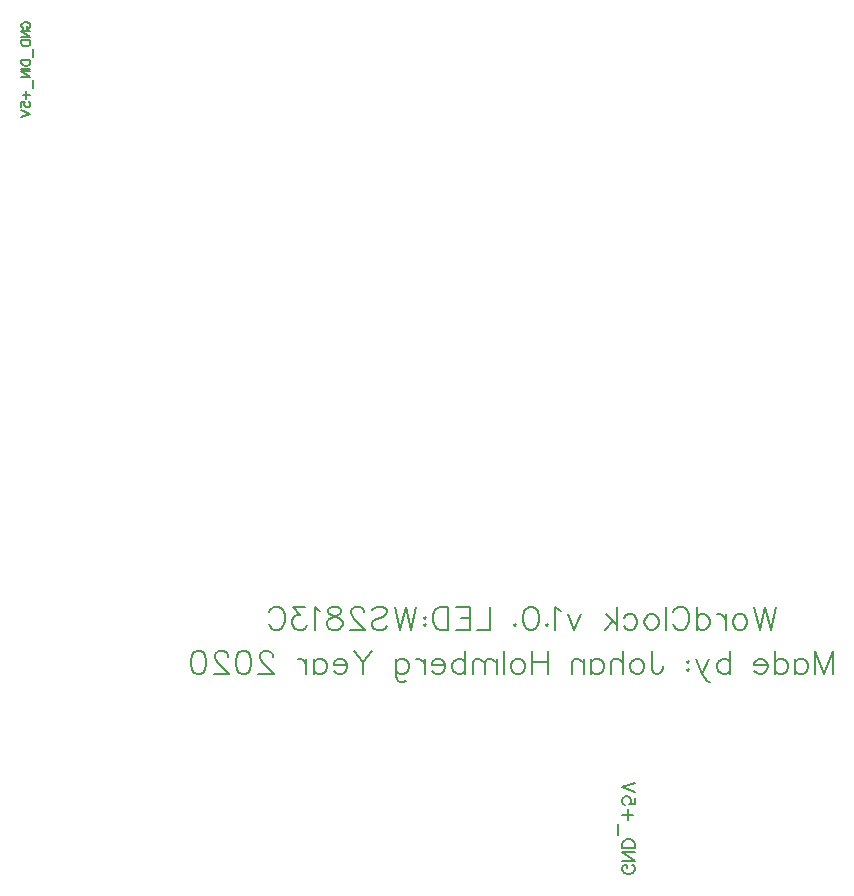
<source format=gbo>
G04 Layer: BottomSilkLayer*
G04 EasyEDA v6.3.22, 2020-01-04T19:44:14+01:00*
G04 f50fd1600d684b49919d2234b325bca6,43c3eb671339413baca6572c6aa340f4,10*
G04 Gerber Generator version 0.2*
G04 Scale: 100 percent, Rotated: No, Reflected: No *
G04 Dimensions in millimeters *
G04 leading zeros omitted , absolute positions ,3 integer and 3 decimal *
%FSLAX33Y33*%
%MOMM*%
G90*
G71D02*

%ADD20C,0.152400*%
%ADD21C,0.203200*%

%LPD*%
G54D21*
G01X71149Y49308D02*
G01X70688Y47368D01*
G01X70226Y49308D02*
G01X70688Y47368D01*
G01X70226Y49308D02*
G01X69764Y47368D01*
G01X69302Y49308D02*
G01X69764Y47368D01*
G01X68231Y48661D02*
G01X68416Y48569D01*
G01X68600Y48384D01*
G01X68693Y48107D01*
G01X68693Y47923D01*
G01X68600Y47645D01*
G01X68416Y47461D01*
G01X68231Y47368D01*
G01X67954Y47368D01*
G01X67769Y47461D01*
G01X67584Y47645D01*
G01X67492Y47923D01*
G01X67492Y48107D01*
G01X67584Y48384D01*
G01X67769Y48569D01*
G01X67954Y48661D01*
G01X68231Y48661D01*
G01X66882Y48661D02*
G01X66882Y47368D01*
G01X66882Y48107D02*
G01X66790Y48384D01*
G01X66605Y48569D01*
G01X66420Y48661D01*
G01X66143Y48661D01*
G01X64425Y49308D02*
G01X64425Y47368D01*
G01X64425Y48384D02*
G01X64610Y48569D01*
G01X64795Y48661D01*
G01X65072Y48661D01*
G01X65257Y48569D01*
G01X65441Y48384D01*
G01X65534Y48107D01*
G01X65534Y47923D01*
G01X65441Y47645D01*
G01X65257Y47461D01*
G01X65072Y47368D01*
G01X64795Y47368D01*
G01X64610Y47461D01*
G01X64425Y47645D01*
G01X62430Y48846D02*
G01X62523Y49031D01*
G01X62707Y49216D01*
G01X62892Y49308D01*
G01X63262Y49308D01*
G01X63446Y49216D01*
G01X63631Y49031D01*
G01X63723Y48846D01*
G01X63816Y48569D01*
G01X63816Y48107D01*
G01X63723Y47830D01*
G01X63631Y47645D01*
G01X63446Y47461D01*
G01X63262Y47368D01*
G01X62892Y47368D01*
G01X62707Y47461D01*
G01X62523Y47645D01*
G01X62430Y47830D01*
G01X61821Y49308D02*
G01X61821Y47368D01*
G01X60749Y48661D02*
G01X60934Y48569D01*
G01X61119Y48384D01*
G01X61211Y48107D01*
G01X61211Y47923D01*
G01X61119Y47645D01*
G01X60934Y47461D01*
G01X60749Y47368D01*
G01X60472Y47368D01*
G01X60288Y47461D01*
G01X60103Y47645D01*
G01X60010Y47923D01*
G01X60010Y48107D01*
G01X60103Y48384D01*
G01X60288Y48569D01*
G01X60472Y48661D01*
G01X60749Y48661D01*
G01X58292Y48384D02*
G01X58477Y48569D01*
G01X58662Y48661D01*
G01X58939Y48661D01*
G01X59124Y48569D01*
G01X59308Y48384D01*
G01X59401Y48107D01*
G01X59401Y47923D01*
G01X59308Y47645D01*
G01X59124Y47461D01*
G01X58939Y47368D01*
G01X58662Y47368D01*
G01X58477Y47461D01*
G01X58292Y47645D01*
G01X57683Y49308D02*
G01X57683Y47368D01*
G01X56759Y48661D02*
G01X57683Y47738D01*
G01X57313Y48107D02*
G01X56667Y47368D01*
G01X54635Y48661D02*
G01X54081Y47368D01*
G01X53527Y48661D02*
G01X54081Y47368D01*
G01X52917Y48939D02*
G01X52732Y49031D01*
G01X52455Y49308D01*
G01X52455Y47368D01*
G01X51753Y47830D02*
G01X51845Y47738D01*
G01X51753Y47645D01*
G01X51661Y47738D01*
G01X51753Y47830D01*
G01X50497Y49308D02*
G01X50774Y49216D01*
G01X50959Y48939D01*
G01X51051Y48477D01*
G01X51051Y48200D01*
G01X50959Y47738D01*
G01X50774Y47461D01*
G01X50497Y47368D01*
G01X50312Y47368D01*
G01X50035Y47461D01*
G01X49850Y47738D01*
G01X49758Y48200D01*
G01X49758Y48477D01*
G01X49850Y48939D01*
G01X50035Y49216D01*
G01X50312Y49308D01*
G01X50497Y49308D01*
G01X49056Y47830D02*
G01X49148Y47738D01*
G01X49056Y47645D01*
G01X48964Y47738D01*
G01X49056Y47830D01*
G01X46932Y49308D02*
G01X46932Y47368D01*
G01X46932Y47368D02*
G01X45823Y47368D01*
G01X45214Y49308D02*
G01X45214Y47368D01*
G01X45214Y49308D02*
G01X44013Y49308D01*
G01X45214Y48384D02*
G01X44475Y48384D01*
G01X45214Y47368D02*
G01X44013Y47368D01*
G01X43403Y49308D02*
G01X43403Y47368D01*
G01X43403Y49308D02*
G01X42757Y49308D01*
G01X42480Y49216D01*
G01X42295Y49031D01*
G01X42203Y48846D01*
G01X42110Y48569D01*
G01X42110Y48107D01*
G01X42203Y47830D01*
G01X42295Y47645D01*
G01X42480Y47461D01*
G01X42757Y47368D01*
G01X43403Y47368D01*
G01X41408Y48477D02*
G01X41501Y48384D01*
G01X41408Y48292D01*
G01X41316Y48384D01*
G01X41408Y48477D01*
G01X41408Y47830D02*
G01X41501Y47738D01*
G01X41408Y47645D01*
G01X41316Y47738D01*
G01X41408Y47830D01*
G01X40706Y49308D02*
G01X40245Y47368D01*
G01X39783Y49308D02*
G01X40245Y47368D01*
G01X39783Y49308D02*
G01X39321Y47368D01*
G01X38859Y49308D02*
G01X39321Y47368D01*
G01X36956Y49031D02*
G01X37141Y49216D01*
G01X37418Y49308D01*
G01X37788Y49308D01*
G01X38065Y49216D01*
G01X38250Y49031D01*
G01X38250Y48846D01*
G01X38157Y48661D01*
G01X38065Y48569D01*
G01X37880Y48477D01*
G01X37326Y48292D01*
G01X37141Y48200D01*
G01X37049Y48107D01*
G01X36956Y47923D01*
G01X36956Y47645D01*
G01X37141Y47461D01*
G01X37418Y47368D01*
G01X37788Y47368D01*
G01X38065Y47461D01*
G01X38250Y47645D01*
G01X36255Y48846D02*
G01X36255Y48939D01*
G01X36162Y49123D01*
G01X36070Y49216D01*
G01X35885Y49308D01*
G01X35516Y49308D01*
G01X35331Y49216D01*
G01X35239Y49123D01*
G01X35146Y48939D01*
G01X35146Y48754D01*
G01X35239Y48569D01*
G01X35423Y48292D01*
G01X36347Y47368D01*
G01X35054Y47368D01*
G01X33982Y49308D02*
G01X34259Y49216D01*
G01X34352Y49031D01*
G01X34352Y48846D01*
G01X34259Y48661D01*
G01X34075Y48569D01*
G01X33705Y48477D01*
G01X33428Y48384D01*
G01X33243Y48200D01*
G01X33151Y48015D01*
G01X33151Y47738D01*
G01X33243Y47553D01*
G01X33336Y47461D01*
G01X33613Y47368D01*
G01X33982Y47368D01*
G01X34259Y47461D01*
G01X34352Y47553D01*
G01X34444Y47738D01*
G01X34444Y48015D01*
G01X34352Y48200D01*
G01X34167Y48384D01*
G01X33890Y48477D01*
G01X33521Y48569D01*
G01X33336Y48661D01*
G01X33243Y48846D01*
G01X33243Y49031D01*
G01X33336Y49216D01*
G01X33613Y49308D01*
G01X33982Y49308D01*
G01X32541Y48939D02*
G01X32357Y49031D01*
G01X32080Y49308D01*
G01X32080Y47368D01*
G01X31285Y49308D02*
G01X30269Y49308D01*
G01X30824Y48569D01*
G01X30546Y48569D01*
G01X30362Y48477D01*
G01X30269Y48384D01*
G01X30177Y48107D01*
G01X30177Y47923D01*
G01X30269Y47645D01*
G01X30454Y47461D01*
G01X30731Y47368D01*
G01X31008Y47368D01*
G01X31285Y47461D01*
G01X31378Y47553D01*
G01X31470Y47738D01*
G01X28182Y48846D02*
G01X28274Y49031D01*
G01X28459Y49216D01*
G01X28644Y49308D01*
G01X29013Y49308D01*
G01X29198Y49216D01*
G01X29383Y49031D01*
G01X29475Y48846D01*
G01X29567Y48569D01*
G01X29567Y48107D01*
G01X29475Y47830D01*
G01X29383Y47645D01*
G01X29198Y47461D01*
G01X29013Y47368D01*
G01X28644Y47368D01*
G01X28459Y47461D01*
G01X28274Y47645D01*
G01X28182Y47830D01*
G01X75950Y45550D02*
G01X75950Y43610D01*
G01X75950Y45550D02*
G01X75211Y43610D01*
G01X74472Y45550D02*
G01X75211Y43610D01*
G01X74472Y45550D02*
G01X74472Y43610D01*
G01X72754Y44903D02*
G01X72754Y43610D01*
G01X72754Y44626D02*
G01X72938Y44811D01*
G01X73123Y44903D01*
G01X73400Y44903D01*
G01X73585Y44811D01*
G01X73770Y44626D01*
G01X73862Y44349D01*
G01X73862Y44165D01*
G01X73770Y43887D01*
G01X73585Y43703D01*
G01X73400Y43610D01*
G01X73123Y43610D01*
G01X72938Y43703D01*
G01X72754Y43887D01*
G01X71036Y45550D02*
G01X71036Y43610D01*
G01X71036Y44626D02*
G01X71221Y44811D01*
G01X71405Y44903D01*
G01X71682Y44903D01*
G01X71867Y44811D01*
G01X72052Y44626D01*
G01X72144Y44349D01*
G01X72144Y44165D01*
G01X72052Y43887D01*
G01X71867Y43703D01*
G01X71682Y43610D01*
G01X71405Y43610D01*
G01X71221Y43703D01*
G01X71036Y43887D01*
G01X70426Y44349D02*
G01X69318Y44349D01*
G01X69318Y44534D01*
G01X69410Y44719D01*
G01X69503Y44811D01*
G01X69687Y44903D01*
G01X69964Y44903D01*
G01X70149Y44811D01*
G01X70334Y44626D01*
G01X70426Y44349D01*
G01X70426Y44165D01*
G01X70334Y43887D01*
G01X70149Y43703D01*
G01X69964Y43610D01*
G01X69687Y43610D01*
G01X69503Y43703D01*
G01X69318Y43887D01*
G01X67286Y45550D02*
G01X67286Y43610D01*
G01X67286Y44626D02*
G01X67101Y44811D01*
G01X66916Y44903D01*
G01X66639Y44903D01*
G01X66455Y44811D01*
G01X66270Y44626D01*
G01X66177Y44349D01*
G01X66177Y44165D01*
G01X66270Y43887D01*
G01X66455Y43703D01*
G01X66639Y43610D01*
G01X66916Y43610D01*
G01X67101Y43703D01*
G01X67286Y43887D01*
G01X65475Y44903D02*
G01X64921Y43610D01*
G01X64367Y44903D02*
G01X64921Y43610D01*
G01X65106Y43241D01*
G01X65291Y43056D01*
G01X65475Y42964D01*
G01X65568Y42964D01*
G01X63665Y44719D02*
G01X63758Y44626D01*
G01X63665Y44534D01*
G01X63573Y44626D01*
G01X63665Y44719D01*
G01X63665Y44072D02*
G01X63758Y43980D01*
G01X63665Y43887D01*
G01X63573Y43980D01*
G01X63665Y44072D01*
G01X60617Y45550D02*
G01X60617Y44072D01*
G01X60710Y43795D01*
G01X60802Y43703D01*
G01X60987Y43610D01*
G01X61171Y43610D01*
G01X61356Y43703D01*
G01X61448Y43795D01*
G01X61541Y44072D01*
G01X61541Y44257D01*
G01X59546Y44903D02*
G01X59730Y44811D01*
G01X59915Y44626D01*
G01X60008Y44349D01*
G01X60008Y44165D01*
G01X59915Y43887D01*
G01X59730Y43703D01*
G01X59546Y43610D01*
G01X59269Y43610D01*
G01X59084Y43703D01*
G01X58899Y43887D01*
G01X58807Y44165D01*
G01X58807Y44349D01*
G01X58899Y44626D01*
G01X59084Y44811D01*
G01X59269Y44903D01*
G01X59546Y44903D01*
G01X58197Y45550D02*
G01X58197Y43610D01*
G01X58197Y44534D02*
G01X57920Y44811D01*
G01X57735Y44903D01*
G01X57458Y44903D01*
G01X57274Y44811D01*
G01X57181Y44534D01*
G01X57181Y43610D01*
G01X55463Y44903D02*
G01X55463Y43610D01*
G01X55463Y44626D02*
G01X55648Y44811D01*
G01X55833Y44903D01*
G01X56110Y44903D01*
G01X56295Y44811D01*
G01X56479Y44626D01*
G01X56572Y44349D01*
G01X56572Y44165D01*
G01X56479Y43887D01*
G01X56295Y43703D01*
G01X56110Y43610D01*
G01X55833Y43610D01*
G01X55648Y43703D01*
G01X55463Y43887D01*
G01X54854Y44903D02*
G01X54854Y43610D01*
G01X54854Y44534D02*
G01X54577Y44811D01*
G01X54392Y44903D01*
G01X54115Y44903D01*
G01X53930Y44811D01*
G01X53838Y44534D01*
G01X53838Y43610D01*
G01X51806Y45550D02*
G01X51806Y43610D01*
G01X50513Y45550D02*
G01X50513Y43610D01*
G01X51806Y44626D02*
G01X50513Y44626D01*
G01X49441Y44903D02*
G01X49626Y44811D01*
G01X49811Y44626D01*
G01X49903Y44349D01*
G01X49903Y44165D01*
G01X49811Y43887D01*
G01X49626Y43703D01*
G01X49441Y43610D01*
G01X49164Y43610D01*
G01X48979Y43703D01*
G01X48795Y43887D01*
G01X48702Y44165D01*
G01X48702Y44349D01*
G01X48795Y44626D01*
G01X48979Y44811D01*
G01X49164Y44903D01*
G01X49441Y44903D01*
G01X48093Y45550D02*
G01X48093Y43610D01*
G01X47483Y44903D02*
G01X47483Y43610D01*
G01X47483Y44534D02*
G01X47206Y44811D01*
G01X47021Y44903D01*
G01X46744Y44903D01*
G01X46559Y44811D01*
G01X46467Y44534D01*
G01X46467Y43610D01*
G01X46467Y44534D02*
G01X46190Y44811D01*
G01X46005Y44903D01*
G01X45728Y44903D01*
G01X45543Y44811D01*
G01X45451Y44534D01*
G01X45451Y43610D01*
G01X44841Y45550D02*
G01X44841Y43610D01*
G01X44841Y44626D02*
G01X44657Y44811D01*
G01X44472Y44903D01*
G01X44195Y44903D01*
G01X44010Y44811D01*
G01X43825Y44626D01*
G01X43733Y44349D01*
G01X43733Y44165D01*
G01X43825Y43887D01*
G01X44010Y43703D01*
G01X44195Y43610D01*
G01X44472Y43610D01*
G01X44657Y43703D01*
G01X44841Y43887D01*
G01X43123Y44349D02*
G01X42015Y44349D01*
G01X42015Y44534D01*
G01X42107Y44719D01*
G01X42200Y44811D01*
G01X42385Y44903D01*
G01X42662Y44903D01*
G01X42846Y44811D01*
G01X43031Y44626D01*
G01X43123Y44349D01*
G01X43123Y44165D01*
G01X43031Y43887D01*
G01X42846Y43703D01*
G01X42662Y43610D01*
G01X42385Y43610D01*
G01X42200Y43703D01*
G01X42015Y43887D01*
G01X41406Y44903D02*
G01X41406Y43610D01*
G01X41406Y44349D02*
G01X41313Y44626D01*
G01X41128Y44811D01*
G01X40944Y44903D01*
G01X40667Y44903D01*
G01X38949Y44903D02*
G01X38949Y43426D01*
G01X39041Y43149D01*
G01X39133Y43056D01*
G01X39318Y42964D01*
G01X39595Y42964D01*
G01X39780Y43056D01*
G01X38949Y44626D02*
G01X39133Y44811D01*
G01X39318Y44903D01*
G01X39595Y44903D01*
G01X39780Y44811D01*
G01X39965Y44626D01*
G01X40057Y44349D01*
G01X40057Y44165D01*
G01X39965Y43887D01*
G01X39780Y43703D01*
G01X39595Y43610D01*
G01X39318Y43610D01*
G01X39133Y43703D01*
G01X38949Y43887D01*
G01X36917Y45550D02*
G01X36178Y44626D01*
G01X36178Y43610D01*
G01X35439Y45550D02*
G01X36178Y44626D01*
G01X34829Y44349D02*
G01X33721Y44349D01*
G01X33721Y44534D01*
G01X33813Y44719D01*
G01X33906Y44811D01*
G01X34090Y44903D01*
G01X34367Y44903D01*
G01X34552Y44811D01*
G01X34737Y44626D01*
G01X34829Y44349D01*
G01X34829Y44165D01*
G01X34737Y43887D01*
G01X34552Y43703D01*
G01X34367Y43610D01*
G01X34090Y43610D01*
G01X33906Y43703D01*
G01X33721Y43887D01*
G01X32003Y44903D02*
G01X32003Y43610D01*
G01X32003Y44626D02*
G01X32188Y44811D01*
G01X32372Y44903D01*
G01X32649Y44903D01*
G01X32834Y44811D01*
G01X33019Y44626D01*
G01X33111Y44349D01*
G01X33111Y44165D01*
G01X33019Y43887D01*
G01X32834Y43703D01*
G01X32649Y43610D01*
G01X32372Y43610D01*
G01X32188Y43703D01*
G01X32003Y43887D01*
G01X31393Y44903D02*
G01X31393Y43610D01*
G01X31393Y44349D02*
G01X31301Y44626D01*
G01X31116Y44811D01*
G01X30931Y44903D01*
G01X30654Y44903D01*
G01X28530Y45088D02*
G01X28530Y45181D01*
G01X28438Y45365D01*
G01X28345Y45458D01*
G01X28161Y45550D01*
G01X27791Y45550D01*
G01X27606Y45458D01*
G01X27514Y45365D01*
G01X27422Y45181D01*
G01X27422Y44996D01*
G01X27514Y44811D01*
G01X27699Y44534D01*
G01X28622Y43610D01*
G01X27329Y43610D01*
G01X26166Y45550D02*
G01X26443Y45458D01*
G01X26627Y45181D01*
G01X26720Y44719D01*
G01X26720Y44442D01*
G01X26627Y43980D01*
G01X26443Y43703D01*
G01X26166Y43610D01*
G01X25981Y43610D01*
G01X25704Y43703D01*
G01X25519Y43980D01*
G01X25427Y44442D01*
G01X25427Y44719D01*
G01X25519Y45181D01*
G01X25704Y45458D01*
G01X25981Y45550D01*
G01X26166Y45550D01*
G01X24725Y45088D02*
G01X24725Y45181D01*
G01X24632Y45365D01*
G01X24540Y45458D01*
G01X24355Y45550D01*
G01X23986Y45550D01*
G01X23801Y45458D01*
G01X23709Y45365D01*
G01X23616Y45181D01*
G01X23616Y44996D01*
G01X23709Y44811D01*
G01X23893Y44534D01*
G01X24817Y43610D01*
G01X23524Y43610D01*
G01X22360Y45550D02*
G01X22637Y45458D01*
G01X22822Y45181D01*
G01X22914Y44719D01*
G01X22914Y44442D01*
G01X22822Y43980D01*
G01X22637Y43703D01*
G01X22360Y43610D01*
G01X22175Y43610D01*
G01X21898Y43703D01*
G01X21714Y43980D01*
G01X21621Y44442D01*
G01X21621Y44719D01*
G01X21714Y45181D01*
G01X21898Y45458D01*
G01X22175Y45550D01*
G01X22360Y45550D01*
G54D20*
G01X58943Y27479D02*
G01X59047Y27427D01*
G01X59151Y27323D01*
G01X59203Y27219D01*
G01X59203Y27011D01*
G01X59151Y26907D01*
G01X59047Y26803D01*
G01X58943Y26751D01*
G01X58787Y26700D01*
G01X58528Y26700D01*
G01X58372Y26751D01*
G01X58268Y26803D01*
G01X58164Y26907D01*
G01X58112Y27011D01*
G01X58112Y27219D01*
G01X58164Y27323D01*
G01X58268Y27427D01*
G01X58372Y27479D01*
G01X58528Y27479D01*
G01X58528Y27219D02*
G01X58528Y27479D01*
G01X59203Y27822D02*
G01X58112Y27822D01*
G01X59203Y27822D02*
G01X58112Y28549D01*
G01X59203Y28549D02*
G01X58112Y28549D01*
G01X59203Y28892D02*
G01X58112Y28892D01*
G01X59203Y28892D02*
G01X59203Y29256D01*
G01X59151Y29412D01*
G01X59047Y29515D01*
G01X58943Y29567D01*
G01X58787Y29619D01*
G01X58528Y29619D01*
G01X58372Y29567D01*
G01X58268Y29515D01*
G01X58164Y29412D01*
G01X58112Y29256D01*
G01X58112Y28892D01*
G01X57748Y29962D02*
G01X57748Y30897D01*
G01X59047Y31708D02*
G01X58112Y31708D01*
G01X58579Y31240D02*
G01X58579Y32176D01*
G01X59203Y33142D02*
G01X59203Y32622D01*
G01X58735Y32570D01*
G01X58787Y32622D01*
G01X58839Y32778D01*
G01X58839Y32934D01*
G01X58787Y33090D01*
G01X58683Y33194D01*
G01X58528Y33246D01*
G01X58424Y33246D01*
G01X58268Y33194D01*
G01X58164Y33090D01*
G01X58112Y32934D01*
G01X58112Y32778D01*
G01X58164Y32622D01*
G01X58216Y32570D01*
G01X58320Y32518D01*
G01X59203Y33589D02*
G01X58112Y34004D01*
G01X59203Y34420D02*
G01X58112Y34004D01*
G01X7424Y98254D02*
G01X7351Y98290D01*
G01X7279Y98363D01*
G01X7242Y98436D01*
G01X7242Y98581D01*
G01X7279Y98654D01*
G01X7351Y98727D01*
G01X7424Y98763D01*
G01X7533Y98800D01*
G01X7715Y98800D01*
G01X7824Y98763D01*
G01X7897Y98727D01*
G01X7969Y98654D01*
G01X8006Y98581D01*
G01X8006Y98436D01*
G01X7969Y98363D01*
G01X7897Y98290D01*
G01X7824Y98254D01*
G01X7715Y98254D01*
G01X7715Y98436D02*
G01X7715Y98254D01*
G01X7242Y98014D02*
G01X8006Y98014D01*
G01X7242Y98014D02*
G01X8006Y97505D01*
G01X7242Y97505D02*
G01X8006Y97505D01*
G01X7242Y97265D02*
G01X8006Y97265D01*
G01X7242Y97265D02*
G01X7242Y97010D01*
G01X7279Y96901D01*
G01X7351Y96829D01*
G01X7424Y96792D01*
G01X7533Y96756D01*
G01X7715Y96756D01*
G01X7824Y96792D01*
G01X7897Y96829D01*
G01X7969Y96901D01*
G01X8006Y97010D01*
G01X8006Y97265D01*
G01X8260Y96516D02*
G01X8260Y95861D01*
G01X7242Y95621D02*
G01X8006Y95621D01*
G01X7242Y95621D02*
G01X7242Y95367D01*
G01X7279Y95258D01*
G01X7351Y95185D01*
G01X7424Y95149D01*
G01X7533Y95112D01*
G01X7715Y95112D01*
G01X7824Y95149D01*
G01X7897Y95185D01*
G01X7969Y95258D01*
G01X8006Y95367D01*
G01X8006Y95621D01*
G01X7242Y94872D02*
G01X8006Y94872D01*
G01X7242Y94632D02*
G01X8006Y94632D01*
G01X7242Y94632D02*
G01X8006Y94123D01*
G01X7242Y94123D02*
G01X8006Y94123D01*
G01X8260Y93883D02*
G01X8260Y93229D01*
G01X7351Y92661D02*
G01X8006Y92661D01*
G01X7679Y92989D02*
G01X7679Y92334D01*
G01X7242Y91658D02*
G01X7242Y92021D01*
G01X7569Y92058D01*
G01X7533Y92021D01*
G01X7497Y91912D01*
G01X7497Y91803D01*
G01X7533Y91694D01*
G01X7606Y91621D01*
G01X7715Y91585D01*
G01X7788Y91585D01*
G01X7897Y91621D01*
G01X7969Y91694D01*
G01X8006Y91803D01*
G01X8006Y91912D01*
G01X7969Y92021D01*
G01X7933Y92058D01*
G01X7860Y92094D01*
G01X7242Y91345D02*
G01X8006Y91054D01*
G01X7242Y90763D02*
G01X8006Y91054D01*
M00*
M02*

</source>
